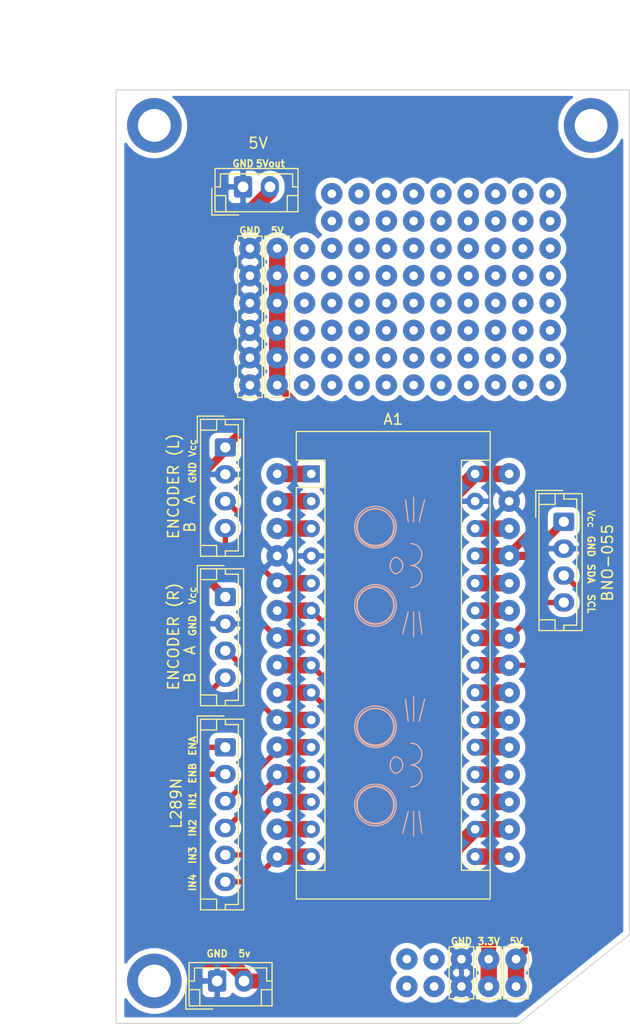
<source format=kicad_pcb>
(kicad_pcb (version 20171130) (host pcbnew "(5.1.4)-1")
  (layers (0 F.Cu signal) (31 B.Cu signal hide) (34 B.Paste user) (35 F.Paste user) (36 B.SilkS user hide) (37 F.SilkS user) (38 B.Mask user) (39 F.Mask user) (44 Edge.Cuts user))
  (net 0 "")
  (net 1 "Net-(A1-Pad16)")
  (net 2 "Net-(A1-Pad15)")
  (net 3 "Net-(A1-Pad30)")
  (net 4 "Net-(A1-Pad14)")
  (net 5 "Net-(A1-Pad13)")
  (net 6 "Net-(A1-Pad28)")
  (net 7 "Net-(A1-Pad12)")
  (net 8 "Net-(A1-Pad27)")
  (net 9 "Net-(A1-Pad11)")
  (net 10 "Net-(A1-Pad26)")
  (net 11 "Net-(A1-Pad10)")
  (net 12 "Net-(A1-Pad25)")
  (net 13 "Net-(A1-Pad9)")
  (net 14 "Net-(A1-Pad24)")
  (net 15 "Net-(A1-Pad8)")
  (net 16 "Net-(A1-Pad23)")
  (net 17 "Net-(A1-Pad7)")
  (net 18 "Net-(A1-Pad22)")
  (net 19 "Net-(A1-Pad6)")
  (net 20 "Net-(A1-Pad21)")
  (net 21 "Net-(A1-Pad5)")
  (net 22 "Net-(A1-Pad20)")
  (net 23 GND)
  (net 24 "Net-(A1-Pad19)")
  (net 25 "Net-(A1-Pad3)")
  (net 26 "Net-(A1-Pad18)")
  (net 27 "Net-(A1-Pad2)")
  (net 28 "Net-(A1-Pad17)")
  (net 29 "Net-(A1-Pad1)")
  (module Connector_Wire:SolderWirePad_1x01_Drill0.8mm (layer F.Cu) (at 140.97 86.995 90)
    (fp_text reference PAD hide)
    (fp_text value PAD hide)
    (pad 1 thru_hole circle (at 0 0 90) (size 1.99898 1.99898) (drill 0.8001) (layers *.Cu *.Mask) (net 17 "Net-(A1-Pad7)"))
  )
  (module Connector_JST:JST_EH_B4B-EH-A_1x04_P2.50mm_Vertical (layer F.Cu) (at 136.144 83.185 270)
    (fp_text reference "ENCODER (R)" (at 3.683 4.826 90) (layer F.SilkS))
    (fp_text value Conn_01x04_Male)
    (pad 4 thru_hole oval (at 7.5 0 270) (size 1.7 1.95) (drill 0.95) (layers *.Cu *.Mask) (net 19 "Net-(A1-Pad6)"))
    (pad 3 thru_hole oval (at 5 0 270) (size 1.7 1.95) (drill 0.95) (layers *.Cu *.Mask) (net 11 "Net-(A1-Pad10)"))
    (pad 2 thru_hole oval (at 2.5 0 270) (size 1.7 1.95) (drill 0.95) (layers *.Cu *.Mask) (net 23 GND))
    (pad 1 thru_hole roundrect (at 0 0 270) (size 1.7 1.95) (drill 0.95) (layers *.Cu *.Mask) (roundrect_rratio 0.147059) (net 8 "Net-(A1-Pad27)"))
  )
  (module Module:Arduino_Nano (layer F.Cu) (at 144.145 71.755)
    (fp_text reference A1 (at 7.62 -5.08) (layer F.SilkS))
    (fp_text value Arduino_Nano_v3.x)
    (pad 16 thru_hole oval (at 15.24 35.56) (size 1.6 1.6) (drill 0.8) (layers *.Cu *.Mask) (net 1 "Net-(A1-Pad16)"))
    (pad 15 thru_hole oval (at 0 35.56) (size 1.6 1.6) (drill 0.8) (layers *.Cu *.Mask) (net 2 "Net-(A1-Pad15)"))
    (pad 30 thru_hole oval (at 15.24 0) (size 1.6 1.6) (drill 0.8) (layers *.Cu *.Mask) (net 3 "Net-(A1-Pad30)"))
    (pad 14 thru_hole oval (at 0 33.02) (size 1.6 1.6) (drill 0.8) (layers *.Cu *.Mask) (net 4 "Net-(A1-Pad14)"))
    (pad 29 thru_hole oval (at 15.24 2.54) (size 1.6 1.6) (drill 0.8) (layers *.Cu *.Mask) (net 23 GND))
    (pad 13 thru_hole oval (at 0 30.48) (size 1.6 1.6) (drill 0.8) (layers *.Cu *.Mask) (net 5 "Net-(A1-Pad13)"))
    (pad 28 thru_hole oval (at 15.24 5.08) (size 1.6 1.6) (drill 0.8) (layers *.Cu *.Mask) (net 6 "Net-(A1-Pad28)"))
    (pad 12 thru_hole oval (at 0 27.94) (size 1.6 1.6) (drill 0.8) (layers *.Cu *.Mask) (net 7 "Net-(A1-Pad12)"))
    (pad 27 thru_hole oval (at 15.24 7.62) (size 1.6 1.6) (drill 0.8) (layers *.Cu *.Mask) (net 8 "Net-(A1-Pad27)"))
    (pad 11 thru_hole oval (at 0 25.4) (size 1.6 1.6) (drill 0.8) (layers *.Cu *.Mask) (net 9 "Net-(A1-Pad11)"))
    (pad 26 thru_hole oval (at 15.24 10.16) (size 1.6 1.6) (drill 0.8) (layers *.Cu *.Mask) (net 10 "Net-(A1-Pad26)"))
    (pad 10 thru_hole oval (at 0 22.86) (size 1.6 1.6) (drill 0.8) (layers *.Cu *.Mask) (net 11 "Net-(A1-Pad10)"))
    (pad 25 thru_hole oval (at 15.24 12.7) (size 1.6 1.6) (drill 0.8) (layers *.Cu *.Mask) (net 12 "Net-(A1-Pad25)"))
    (pad 9 thru_hole oval (at 0 20.32) (size 1.6 1.6) (drill 0.8) (layers *.Cu *.Mask) (net 13 "Net-(A1-Pad9)"))
    (pad 24 thru_hole oval (at 15.24 15.24) (size 1.6 1.6) (drill 0.8) (layers *.Cu *.Mask) (net 14 "Net-(A1-Pad24)"))
    (pad 8 thru_hole oval (at 0 17.78) (size 1.6 1.6) (drill 0.8) (layers *.Cu *.Mask) (net 15 "Net-(A1-Pad8)"))
    (pad 23 thru_hole oval (at 15.24 17.78) (size 1.6 1.6) (drill 0.8) (layers *.Cu *.Mask) (net 16 "Net-(A1-Pad23)"))
    (pad 7 thru_hole oval (at 0 15.24) (size 1.6 1.6) (drill 0.8) (layers *.Cu *.Mask) (net 17 "Net-(A1-Pad7)"))
    (pad 22 thru_hole oval (at 15.24 20.32) (size 1.6 1.6) (drill 0.8) (layers *.Cu *.Mask) (net 18 "Net-(A1-Pad22)"))
    (pad 6 thru_hole oval (at 0 12.7) (size 1.6 1.6) (drill 0.8) (layers *.Cu *.Mask) (net 19 "Net-(A1-Pad6)"))
    (pad 21 thru_hole oval (at 15.24 22.86) (size 1.6 1.6) (drill 0.8) (layers *.Cu *.Mask) (net 20 "Net-(A1-Pad21)"))
    (pad 5 thru_hole oval (at 0 10.16) (size 1.6 1.6) (drill 0.8) (layers *.Cu *.Mask) (net 21 "Net-(A1-Pad5)"))
    (pad 20 thru_hole oval (at 15.24 25.4) (size 1.6 1.6) (drill 0.8) (layers *.Cu *.Mask) (net 22 "Net-(A1-Pad20)"))
    (pad 4 thru_hole oval (at 0 7.62) (size 1.6 1.6) (drill 0.8) (layers *.Cu *.Mask) (net 23 GND))
    (pad 19 thru_hole oval (at 15.24 27.94) (size 1.6 1.6) (drill 0.8) (layers *.Cu *.Mask) (net 24 "Net-(A1-Pad19)"))
    (pad 3 thru_hole oval (at 0 5.08) (size 1.6 1.6) (drill 0.8) (layers *.Cu *.Mask) (net 25 "Net-(A1-Pad3)"))
    (pad 18 thru_hole oval (at 15.24 30.48) (size 1.6 1.6) (drill 0.8) (layers *.Cu *.Mask) (net 26 "Net-(A1-Pad18)"))
    (pad 2 thru_hole oval (at 0 2.54) (size 1.6 1.6) (drill 0.8) (layers *.Cu *.Mask) (net 27 "Net-(A1-Pad2)"))
    (pad 17 thru_hole oval (at 15.24 33.02) (size 1.6 1.6) (drill 0.8) (layers *.Cu *.Mask) (net 28 "Net-(A1-Pad17)"))
    (pad 1 thru_hole rect (at 0 0) (size 1.6 1.6) (drill 0.8) (layers *.Cu *.Mask) (net 29 "Net-(A1-Pad1)"))
  )
  (module Connector_Wire:SolderWirePad_1x01_Drill0.8mm (layer F.Cu) (at 166.37 55.88 90)
    (fp_text reference PAD hide)
    (fp_text value PAD hide)
    (pad 1 thru_hole circle (at 0 0 90) (size 1.99898 1.99898) (drill 0.8001) (layers *.Cu *.Mask))
  )
  (module Connector_Wire:SolderWirePad_1x01_Drill0.8mm (layer F.Cu) (at 161.29 60.96 90)
    (fp_text reference PAD hide)
    (fp_text value PAD hide)
    (pad 1 thru_hole circle (at 0 0 90) (size 1.99898 1.99898) (drill 0.8001) (layers *.Cu *.Mask))
  )
  (module Connector_Wire:SolderWirePad_1x01_Drill0.8mm (layer F.Cu) (at 161.29 55.88 90)
    (fp_text reference PAD hide)
    (fp_text value PAD hide)
    (pad 1 thru_hole circle (at 0 0 90) (size 1.99898 1.99898) (drill 0.8001) (layers *.Cu *.Mask))
  )
  (module Connector_Wire:SolderWirePad_1x01_Drill0.8mm (layer F.Cu) (at 161.29 48.26 90)
    (fp_text reference PAD hide)
    (fp_text value PAD hide)
    (pad 1 thru_hole circle (at 0 0 90) (size 1.99898 1.99898) (drill 0.8001) (layers *.Cu *.Mask))
  )
  (module Connector_Wire:SolderWirePad_1x01_Drill0.8mm (layer F.Cu) (at 158.75 45.72 90)
    (fp_text reference PAD hide)
    (fp_text value PAD hide)
    (pad 1 thru_hole circle (at 0 0 90) (size 1.99898 1.99898) (drill 0.8001) (layers *.Cu *.Mask))
  )
  (module Connector_Wire:SolderWirePad_1x01_Drill0.8mm (layer F.Cu) (at 156.21 45.72 90)
    (fp_text reference PAD hide)
    (fp_text value PAD hide)
    (pad 1 thru_hole circle (at 0 0 90) (size 1.99898 1.99898) (drill 0.8001) (layers *.Cu *.Mask))
  )
  (module Connector_Wire:SolderWirePad_1x01_Drill0.8mm (layer F.Cu) (at 153.67 45.72 90)
    (fp_text reference PAD hide)
    (fp_text value PAD hide)
    (pad 1 thru_hole circle (at 0 0 90) (size 1.99898 1.99898) (drill 0.8001) (layers *.Cu *.Mask))
  )
  (module Connector_Wire:SolderWirePad_1x01_Drill0.8mm (layer F.Cu) (at 151.13 45.72 90)
    (fp_text reference PAD hide)
    (fp_text value PAD hide)
    (pad 1 thru_hole circle (at 0 0 90) (size 1.99898 1.99898) (drill 0.8001) (layers *.Cu *.Mask))
  )
  (module Connector_Wire:SolderWirePad_1x01_Drill0.8mm (layer F.Cu) (at 163.83 53.34 90)
    (fp_text reference PAD hide)
    (fp_text value PAD hide)
    (pad 1 thru_hole circle (at 0 0 90) (size 1.99898 1.99898) (drill 0.8001) (layers *.Cu *.Mask))
  )
  (module Connector_Wire:SolderWirePad_1x01_Drill0.8mm (layer F.Cu) (at 166.37 48.26 90)
    (fp_text reference PAD hide)
    (fp_text value PAD hide)
    (pad 1 thru_hole circle (at 0 0 90) (size 1.99898 1.99898) (drill 0.8001) (layers *.Cu *.Mask))
  )
  (module Connector_Wire:SolderWirePad_1x01_Drill0.8mm (layer F.Cu) (at 166.37 53.34 90)
    (fp_text reference PAD hide)
    (fp_text value PAD hide)
    (pad 1 thru_hole circle (at 0 0 90) (size 1.99898 1.99898) (drill 0.8001) (layers *.Cu *.Mask))
  )
  (module Connector_Wire:SolderWirePad_1x01_Drill0.8mm (layer F.Cu) (at 163.83 63.5 90)
    (fp_text reference PAD hide)
    (fp_text value PAD hide)
    (pad 1 thru_hole circle (at 0 0 90) (size 1.99898 1.99898) (drill 0.8001) (layers *.Cu *.Mask))
  )
  (module Connector_Wire:SolderWirePad_1x01_Drill0.8mm (layer F.Cu) (at 163.83 60.96 90)
    (fp_text reference PAD hide)
    (fp_text value PAD hide)
    (pad 1 thru_hole circle (at 0 0 90) (size 1.99898 1.99898) (drill 0.8001) (layers *.Cu *.Mask))
  )
  (module Connector_Wire:SolderWirePad_1x01_Drill0.8mm (layer F.Cu) (at 163.83 55.88 90)
    (fp_text reference PAD hide)
    (fp_text value PAD hide)
    (pad 1 thru_hole circle (at 0 0 90) (size 1.99898 1.99898) (drill 0.8001) (layers *.Cu *.Mask))
  )
  (module Connector_Wire:SolderWirePad_1x01_Drill0.8mm (layer F.Cu) (at 163.83 50.8 90)
    (fp_text reference PAD hide)
    (fp_text value PAD hide)
    (pad 1 thru_hole circle (at 0 0 90) (size 1.99898 1.99898) (drill 0.8001) (layers *.Cu *.Mask))
  )
  (module Connector_Wire:SolderWirePad_1x01_Drill0.8mm (layer F.Cu) (at 163.83 45.72 90)
    (fp_text reference PAD hide)
    (fp_text value PAD hide)
    (pad 1 thru_hole circle (at 0 0 90) (size 1.99898 1.99898) (drill 0.8001) (layers *.Cu *.Mask))
  )
  (module Connector_Wire:SolderWirePad_1x01_Drill0.8mm (layer F.Cu) (at 166.37 60.96 90)
    (fp_text reference PAD hide)
    (fp_text value PAD hide)
    (pad 1 thru_hole circle (at 0 0 90) (size 1.99898 1.99898) (drill 0.8001) (layers *.Cu *.Mask))
  )
  (module Connector_Wire:SolderWirePad_1x01_Drill0.8mm (layer F.Cu) (at 166.37 58.42 90)
    (fp_text reference PAD hide)
    (fp_text value PAD hide)
    (pad 1 thru_hole circle (at 0 0 90) (size 1.99898 1.99898) (drill 0.8001) (layers *.Cu *.Mask))
  )
  (module Connector_Wire:SolderWirePad_1x01_Drill0.8mm (layer F.Cu) (at 166.37 50.8 90)
    (fp_text reference PAD hide)
    (fp_text value PAD hide)
    (pad 1 thru_hole circle (at 0 0 90) (size 1.99898 1.99898) (drill 0.8001) (layers *.Cu *.Mask))
  )
  (module Connector_Wire:SolderWirePad_1x01_Drill0.8mm (layer F.Cu) (at 166.37 63.5 90)
    (fp_text reference PAD hide)
    (fp_text value PAD hide)
    (pad 1 thru_hole circle (at 0 0 90) (size 1.99898 1.99898) (drill 0.8001) (layers *.Cu *.Mask))
  )
  (module Connector_Wire:SolderWirePad_1x01_Drill0.8mm (layer F.Cu) (at 166.37 45.72 90)
    (fp_text reference PAD hide)
    (fp_text value PAD hide)
    (pad 1 thru_hole circle (at 0 0 90) (size 1.99898 1.99898) (drill 0.8001) (layers *.Cu *.Mask))
  )
  (module Connector_Wire:SolderWirePad_1x01_Drill0.8mm (layer F.Cu) (at 163.83 58.42 90)
    (fp_text reference PAD hide)
    (fp_text value PAD hide)
    (pad 1 thru_hole circle (at 0 0 90) (size 1.99898 1.99898) (drill 0.8001) (layers *.Cu *.Mask))
  )
  (module Connector_Wire:SolderWirePad_1x01_Drill0.8mm (layer F.Cu) (at 163.83 48.26 90)
    (fp_text reference PAD hide)
    (fp_text value PAD hide)
    (pad 1 thru_hole circle (at 0 0 90) (size 1.99898 1.99898) (drill 0.8001) (layers *.Cu *.Mask))
  )
  (module Connector_Wire:SolderWirePad_1x01_Drill0.8mm (layer F.Cu) (at 161.29 63.5 90)
    (fp_text reference PAD hide)
    (fp_text value PAD hide)
    (pad 1 thru_hole circle (at 0 0 90) (size 1.99898 1.99898) (drill 0.8001) (layers *.Cu *.Mask))
  )
  (module Connector_Wire:SolderWirePad_1x01_Drill0.8mm (layer F.Cu) (at 161.29 58.42 90)
    (fp_text reference PAD hide)
    (fp_text value PAD hide)
    (pad 1 thru_hole circle (at 0 0 90) (size 1.99898 1.99898) (drill 0.8001) (layers *.Cu *.Mask))
  )
  (module Connector_Wire:SolderWirePad_1x01_Drill0.8mm (layer F.Cu) (at 161.29 53.34 90)
    (fp_text reference PAD hide)
    (fp_text value PAD hide)
    (pad 1 thru_hole circle (at 0 0 90) (size 1.99898 1.99898) (drill 0.8001) (layers *.Cu *.Mask))
  )
  (module Connector_Wire:SolderWirePad_1x01_Drill0.8mm (layer F.Cu) (at 161.29 50.8 90)
    (fp_text reference PAD hide)
    (fp_text value PAD hide)
    (pad 1 thru_hole circle (at 0 0 90) (size 1.99898 1.99898) (drill 0.8001) (layers *.Cu *.Mask))
  )
  (module Connector_Wire:SolderWirePad_1x01_Drill0.8mm (layer F.Cu) (at 161.29 45.72 90)
    (fp_text reference PAD hide)
    (fp_text value PAD hide)
    (pad 1 thru_hole circle (at 0 0 90) (size 1.99898 1.99898) (drill 0.8001) (layers *.Cu *.Mask))
  )
  (module Connector_Wire:SolderWirePad_1x01_Drill0.8mm (layer F.Cu) (at 158.75 48.26 90)
    (fp_text reference PAD hide)
    (fp_text value PAD hide)
    (pad 1 thru_hole circle (at 0 0 90) (size 1.99898 1.99898) (drill 0.8001) (layers *.Cu *.Mask))
  )
  (module Connector_Wire:SolderWirePad_1x01_Drill0.8mm (layer F.Cu) (at 156.21 48.26 90)
    (fp_text reference PAD hide)
    (fp_text value PAD hide)
    (pad 1 thru_hole circle (at 0 0 90) (size 1.99898 1.99898) (drill 0.8001) (layers *.Cu *.Mask))
  )
  (module Connector_Wire:SolderWirePad_1x01_Drill0.8mm (layer F.Cu) (at 153.67 48.26 90)
    (fp_text reference PAD hide)
    (fp_text value PAD hide)
    (pad 1 thru_hole circle (at 0 0 90) (size 1.99898 1.99898) (drill 0.8001) (layers *.Cu *.Mask))
  )
  (module Connector_Wire:SolderWirePad_1x01_Drill0.8mm (layer F.Cu) (at 151.13 48.26 90)
    (fp_text reference PAD hide)
    (fp_text value PAD hide)
    (pad 1 thru_hole circle (at 0 0 90) (size 1.99898 1.99898) (drill 0.8001) (layers *.Cu *.Mask))
  )
  (module Connector_Wire:SolderWirePad_1x01_Drill0.8mm (layer F.Cu) (at 148.59 45.72 90)
    (fp_text reference PAD hide)
    (fp_text value PAD hide)
    (pad 1 thru_hole circle (at 0 0 90) (size 1.99898 1.99898) (drill 0.8001) (layers *.Cu *.Mask))
  )
  (module Connector_Wire:SolderWirePad_1x01_Drill0.8mm (layer F.Cu) (at 146.05 48.26 90)
    (fp_text reference PAD hide)
    (fp_text value PAD hide)
    (pad 1 thru_hole circle (at 0 0 90) (size 1.99898 1.99898) (drill 0.8001) (layers *.Cu *.Mask))
  )
  (module Connector_Wire:SolderWirePad_1x01_Drill0.8mm (layer F.Cu) (at 146.05 45.72 90)
    (fp_text reference PAD hide)
    (fp_text value PAD hide)
    (pad 1 thru_hole circle (at 0 0 90) (size 1.99898 1.99898) (drill 0.8001) (layers *.Cu *.Mask))
  )
  (module Connector_Wire:SolderWirePad_1x01_Drill0.8mm (layer F.Cu) (at 158.75 63.5 90)
    (fp_text reference PAD hide)
    (fp_text value PAD hide)
    (pad 1 thru_hole circle (at 0 0 90) (size 1.99898 1.99898) (drill 0.8001) (layers *.Cu *.Mask))
  )
  (module Connector_Wire:SolderWirePad_1x01_Drill0.8mm (layer F.Cu) (at 158.75 53.34 90)
    (fp_text reference PAD hide)
    (fp_text value PAD hide)
    (pad 1 thru_hole circle (at 0 0 90) (size 1.99898 1.99898) (drill 0.8001) (layers *.Cu *.Mask))
  )
  (module Connector_Wire:SolderWirePad_1x01_Drill0.8mm (layer F.Cu) (at 158.75 50.8 90)
    (fp_text reference PAD hide)
    (fp_text value PAD hide)
    (pad 1 thru_hole circle (at 0 0 90) (size 1.99898 1.99898) (drill 0.8001) (layers *.Cu *.Mask))
  )
  (module Connector_Wire:SolderWirePad_1x01_Drill0.8mm (layer F.Cu) (at 156.21 63.5 90)
    (fp_text reference PAD hide)
    (fp_text value PAD hide)
    (pad 1 thru_hole circle (at 0 0 90) (size 1.99898 1.99898) (drill 0.8001) (layers *.Cu *.Mask))
  )
  (module Connector_Wire:SolderWirePad_1x01_Drill0.8mm (layer F.Cu) (at 148.59 48.26 90)
    (fp_text reference PAD hide)
    (fp_text value PAD hide)
    (pad 1 thru_hole circle (at 0 0 90) (size 1.99898 1.99898) (drill 0.8001) (layers *.Cu *.Mask))
  )
  (module Connector_Wire:SolderWirePad_1x01_Drill0.8mm (layer F.Cu) (at 156.21 60.96 90)
    (fp_text reference PAD hide)
    (fp_text value PAD hide)
    (pad 1 thru_hole circle (at 0 0 90) (size 1.99898 1.99898) (drill 0.8001) (layers *.Cu *.Mask))
  )
  (module Connector_Wire:SolderWirePad_1x01_Drill0.8mm (layer F.Cu) (at 156.21 58.42 90)
    (fp_text reference PAD hide)
    (fp_text value PAD hide)
    (pad 1 thru_hole circle (at 0 0 90) (size 1.99898 1.99898) (drill 0.8001) (layers *.Cu *.Mask))
  )
  (module Connector_Wire:SolderWirePad_1x01_Drill0.8mm (layer F.Cu) (at 156.21 55.88 90)
    (fp_text reference PAD hide)
    (fp_text value PAD hide)
    (pad 1 thru_hole circle (at 0 0 90) (size 1.99898 1.99898) (drill 0.8001) (layers *.Cu *.Mask))
  )
  (module Connector_Wire:SolderWirePad_1x01_Drill0.8mm (layer F.Cu) (at 156.21 53.34 90)
    (fp_text reference PAD hide)
    (fp_text value PAD hide)
    (pad 1 thru_hole circle (at 0 0 90) (size 1.99898 1.99898) (drill 0.8001) (layers *.Cu *.Mask))
  )
  (module Connector_Wire:SolderWirePad_1x01_Drill0.8mm (layer F.Cu) (at 158.75 55.88 90)
    (fp_text reference PAD hide)
    (fp_text value PAD hide)
    (pad 1 thru_hole circle (at 0 0 90) (size 1.99898 1.99898) (drill 0.8001) (layers *.Cu *.Mask))
  )
  (module Connector_Wire:SolderWirePad_1x01_Drill0.8mm (layer F.Cu) (at 158.75 58.42 90)
    (fp_text reference PAD hide)
    (fp_text value PAD hide)
    (pad 1 thru_hole circle (at 0 0 90) (size 1.99898 1.99898) (drill 0.8001) (layers *.Cu *.Mask))
  )
  (module Connector_Wire:SolderWirePad_1x01_Drill0.8mm (layer F.Cu) (at 156.21 50.8 90)
    (fp_text reference PAD hide)
    (fp_text value PAD hide)
    (pad 1 thru_hole circle (at 0 0 90) (size 1.99898 1.99898) (drill 0.8001) (layers *.Cu *.Mask))
  )
  (module Connector_Wire:SolderWirePad_1x01_Drill0.8mm (layer F.Cu) (at 158.75 60.96 90)
    (fp_text reference PAD hide)
    (fp_text value PAD hide)
    (pad 1 thru_hole circle (at 0 0 90) (size 1.99898 1.99898) (drill 0.8001) (layers *.Cu *.Mask))
  )
  (module Connector_Wire:SolderWirePad_1x01_Drill0.8mm (layer F.Cu) (at 148.59 50.8 90)
    (fp_text reference PAD hide)
    (fp_text value PAD hide)
    (pad 1 thru_hole circle (at 0 0 90) (size 1.99898 1.99898) (drill 0.8001) (layers *.Cu *.Mask))
  )
  (module Connector_Wire:SolderWirePad_1x01_Drill0.8mm (layer F.Cu) (at 153.67 60.96 90)
    (fp_text reference PAD hide)
    (fp_text value PAD hide)
    (pad 1 thru_hole circle (at 0 0 90) (size 1.99898 1.99898) (drill 0.8001) (layers *.Cu *.Mask))
  )
  (module Connector_Wire:SolderWirePad_1x01_Drill0.8mm (layer F.Cu) (at 146.05 63.5 90)
    (fp_text reference PAD hide)
    (fp_text value PAD hide)
    (pad 1 thru_hole circle (at 0 0 90) (size 1.99898 1.99898) (drill 0.8001) (layers *.Cu *.Mask))
  )
  (module Connector_Wire:SolderWirePad_1x01_Drill0.8mm (layer F.Cu) (at 146.05 60.96 90)
    (fp_text reference PAD hide)
    (fp_text value PAD hide)
    (pad 1 thru_hole circle (at 0 0 90) (size 1.99898 1.99898) (drill 0.8001) (layers *.Cu *.Mask))
  )
  (module Connector_Wire:SolderWirePad_1x01_Drill0.8mm (layer F.Cu) (at 146.05 53.34 90)
    (fp_text reference PAD hide)
    (fp_text value PAD hide)
    (pad 1 thru_hole circle (at 0 0 90) (size 1.99898 1.99898) (drill 0.8001) (layers *.Cu *.Mask))
  )
  (module Connector_Wire:SolderWirePad_1x01_Drill0.8mm (layer F.Cu) (at 146.05 55.88 90)
    (fp_text reference PAD hide)
    (fp_text value PAD hide)
    (pad 1 thru_hole circle (at 0 0 90) (size 1.99898 1.99898) (drill 0.8001) (layers *.Cu *.Mask))
  )
  (module Connector_Wire:SolderWirePad_1x01_Drill0.8mm (layer F.Cu) (at 151.13 50.8 90)
    (fp_text reference PAD hide)
    (fp_text value PAD hide)
    (pad 1 thru_hole circle (at 0 0 90) (size 1.99898 1.99898) (drill 0.8001) (layers *.Cu *.Mask))
  )
  (module Connector_Wire:SolderWirePad_1x01_Drill0.8mm (layer F.Cu) (at 146.05 50.8 90)
    (fp_text reference PAD hide)
    (fp_text value PAD hide)
    (pad 1 thru_hole circle (at 0 0 90) (size 1.99898 1.99898) (drill 0.8001) (layers *.Cu *.Mask))
  )
  (module Connector_Wire:SolderWirePad_1x01_Drill0.8mm (layer F.Cu) (at 143.51 60.96 90)
    (fp_text reference PAD hide)
    (fp_text value PAD hide)
    (pad 1 thru_hole circle (at 0 0 90) (size 1.99898 1.99898) (drill 0.8001) (layers *.Cu *.Mask))
  )
  (module Connector_Wire:SolderWirePad_1x01_Drill0.8mm (layer F.Cu) (at 143.51 50.8 90)
    (fp_text reference PAD hide)
    (fp_text value PAD hide)
    (pad 1 thru_hole circle (at 0 0 90) (size 1.99898 1.99898) (drill 0.8001) (layers *.Cu *.Mask))
  )
  (module Connector_Wire:SolderWirePad_1x01_Drill0.8mm (layer F.Cu) (at 153.67 63.5 90)
    (fp_text reference PAD hide)
    (fp_text value PAD hide)
    (pad 1 thru_hole circle (at 0 0 90) (size 1.99898 1.99898) (drill 0.8001) (layers *.Cu *.Mask))
  )
  (module Connector_Wire:SolderWirePad_1x01_Drill0.8mm (layer F.Cu) (at 153.67 50.8 90)
    (fp_text reference PAD hide)
    (fp_text value PAD hide)
    (pad 1 thru_hole circle (at 0 0 90) (size 1.99898 1.99898) (drill 0.8001) (layers *.Cu *.Mask))
  )
  (module Connector_Wire:SolderWirePad_1x01_Drill0.8mm (layer F.Cu) (at 151.13 60.96 90)
    (fp_text reference PAD hide)
    (fp_text value PAD hide)
    (pad 1 thru_hole circle (at 0 0 90) (size 1.99898 1.99898) (drill 0.8001) (layers *.Cu *.Mask))
  )
  (module Connector_Wire:SolderWirePad_1x01_Drill0.8mm (layer F.Cu) (at 153.67 58.42 90)
    (fp_text reference PAD hide)
    (fp_text value PAD hide)
    (pad 1 thru_hole circle (at 0 0 90) (size 1.99898 1.99898) (drill 0.8001) (layers *.Cu *.Mask))
  )
  (module Connector_Wire:SolderWirePad_1x01_Drill0.8mm (layer F.Cu) (at 153.67 55.88 90)
    (fp_text reference PAD hide)
    (fp_text value PAD hide)
    (pad 1 thru_hole circle (at 0 0 90) (size 1.99898 1.99898) (drill 0.8001) (layers *.Cu *.Mask))
  )
  (module Connector_Wire:SolderWirePad_1x01_Drill0.8mm (layer F.Cu) (at 153.67 53.34 90)
    (fp_text reference PAD hide)
    (fp_text value PAD hide)
    (pad 1 thru_hole circle (at 0 0 90) (size 1.99898 1.99898) (drill 0.8001) (layers *.Cu *.Mask))
  )
  (module Connector_Wire:SolderWirePad_1x01_Drill0.8mm (layer F.Cu) (at 151.13 63.5 90)
    (fp_text reference PAD hide)
    (fp_text value PAD hide)
    (pad 1 thru_hole circle (at 0 0 90) (size 1.99898 1.99898) (drill 0.8001) (layers *.Cu *.Mask))
  )
  (module Connector_Wire:SolderWirePad_1x01_Drill0.8mm (layer F.Cu) (at 151.13 55.88 90)
    (fp_text reference PAD hide)
    (fp_text value PAD hide)
    (pad 1 thru_hole circle (at 0 0 90) (size 1.99898 1.99898) (drill 0.8001) (layers *.Cu *.Mask))
  )
  (module Connector_Wire:SolderWirePad_1x01_Drill0.8mm (layer F.Cu) (at 151.13 53.34 90)
    (fp_text reference PAD hide)
    (fp_text value PAD hide)
    (pad 1 thru_hole circle (at 0 0 90) (size 1.99898 1.99898) (drill 0.8001) (layers *.Cu *.Mask))
  )
  (module Connector_Wire:SolderWirePad_1x01_Drill0.8mm (layer F.Cu) (at 148.59 58.42 90)
    (fp_text reference PAD hide)
    (fp_text value PAD hide)
    (pad 1 thru_hole circle (at 0 0 90) (size 1.99898 1.99898) (drill 0.8001) (layers *.Cu *.Mask))
  )
  (module Connector_Wire:SolderWirePad_1x01_Drill0.8mm (layer F.Cu) (at 148.59 55.88 90)
    (fp_text reference PAD hide)
    (fp_text value PAD hide)
    (pad 1 thru_hole circle (at 0 0 90) (size 1.99898 1.99898) (drill 0.8001) (layers *.Cu *.Mask))
  )
  (module Connector_Wire:SolderWirePad_1x01_Drill0.8mm (layer F.Cu) (at 148.59 53.34 90)
    (fp_text reference PAD hide)
    (fp_text value PAD hide)
    (pad 1 thru_hole circle (at 0 0 90) (size 1.99898 1.99898) (drill 0.8001) (layers *.Cu *.Mask))
  )
  (module Connector_Wire:SolderWirePad_1x01_Drill0.8mm (layer F.Cu) (at 148.59 60.96 90)
    (fp_text reference PAD hide)
    (fp_text value PAD hide)
    (pad 1 thru_hole circle (at 0 0 90) (size 1.99898 1.99898) (drill 0.8001) (layers *.Cu *.Mask))
  )
  (module Connector_Wire:SolderWirePad_1x01_Drill0.8mm (layer F.Cu) (at 143.51 63.5 90)
    (fp_text reference PAD hide)
    (fp_text value PAD hide)
    (pad 1 thru_hole circle (at 0 0 90) (size 1.99898 1.99898) (drill 0.8001) (layers *.Cu *.Mask))
  )
  (module Connector_Wire:SolderWirePad_1x01_Drill0.8mm (layer F.Cu) (at 146.05 58.42 90)
    (fp_text reference PAD hide)
    (fp_text value PAD hide)
    (pad 1 thru_hole circle (at 0 0 90) (size 1.99898 1.99898) (drill 0.8001) (layers *.Cu *.Mask))
  )
  (module Connector_Wire:SolderWirePad_1x01_Drill0.8mm (layer F.Cu) (at 143.51 58.42 90)
    (fp_text reference PAD hide)
    (fp_text value PAD hide)
    (pad 1 thru_hole circle (at 0 0 90) (size 1.99898 1.99898) (drill 0.8001) (layers *.Cu *.Mask))
  )
  (module Connector_Wire:SolderWirePad_1x01_Drill0.8mm (layer F.Cu) (at 151.13 58.42 90)
    (fp_text reference PAD hide)
    (fp_text value PAD hide)
    (pad 1 thru_hole circle (at 0 0 90) (size 1.99898 1.99898) (drill 0.8001) (layers *.Cu *.Mask))
  )
  (module Connector_Wire:SolderWirePad_1x01_Drill0.8mm (layer F.Cu) (at 148.59 63.5 90)
    (fp_text reference PAD hide)
    (fp_text value PAD hide)
    (pad 1 thru_hole circle (at 0 0 90) (size 1.99898 1.99898) (drill 0.8001) (layers *.Cu *.Mask))
  )
  (module Connector_Wire:SolderWirePad_1x01_Drill0.8mm (layer F.Cu) (at 143.51 55.88 90)
    (fp_text reference PAD hide)
    (fp_text value PAD hide)
    (pad 1 thru_hole circle (at 0 0 90) (size 1.99898 1.99898) (drill 0.8001) (layers *.Cu *.Mask))
  )
  (module Connector_Wire:SolderWirePad_1x01_Drill0.8mm (layer F.Cu) (at 143.51 53.34 90)
    (fp_text reference PAD hide)
    (fp_text value PAD hide)
    (pad 1 thru_hole circle (at 0 0 90) (size 1.99898 1.99898) (drill 0.8001) (layers *.Cu *.Mask))
  )
  (module Connector_Wire:SolderWirePad_1x01_Drill0.8mm (layer F.Cu) (at 140.97 50.8 90)
    (fp_text reference PAD hide)
    (fp_text value PAD hide)
    (pad 1 thru_hole circle (at 0 0 90) (size 1.99898 1.99898) (drill 0.8001) (layers *.Cu *.Mask) (net 8 "Net-(A1-Pad27)"))
  )
  (module Connector_Wire:SolderWirePad_1x01_Drill0.8mm (layer F.Cu) (at 140.97 53.34 90)
    (fp_text reference PAD hide)
    (fp_text value PAD hide)
    (pad 1 thru_hole circle (at 0 0 90) (size 1.99898 1.99898) (drill 0.8001) (layers *.Cu *.Mask) (net 8 "Net-(A1-Pad27)"))
  )
  (module Connector_Wire:SolderWirePad_1x01_Drill0.8mm (layer F.Cu) (at 138.43 63.5 90)
    (fp_text reference PAD hide)
    (fp_text value PAD hide)
    (pad 1 thru_hole circle (at 0 0 90) (size 1.99898 1.99898) (drill 0.8001) (layers *.Cu *.Mask) (net 23 GND))
  )
  (module Connector_Wire:SolderWirePad_1x01_Drill0.8mm (layer F.Cu) (at 138.43 60.96 90)
    (fp_text reference PAD hide)
    (fp_text value PAD hide)
    (pad 1 thru_hole circle (at 0 0 90) (size 1.99898 1.99898) (drill 0.8001) (layers *.Cu *.Mask) (net 23 GND))
  )
  (module Connector_Wire:SolderWirePad_1x01_Drill0.8mm (layer F.Cu) (at 138.43 58.42 90)
    (fp_text reference PAD hide)
    (fp_text value PAD hide)
    (pad 1 thru_hole circle (at 0 0 90) (size 1.99898 1.99898) (drill 0.8001) (layers *.Cu *.Mask) (net 23 GND))
  )
  (module Connector_Wire:SolderWirePad_1x01_Drill0.8mm (layer F.Cu) (at 140.97 60.96 90)
    (fp_text reference PAD hide)
    (fp_text value PAD hide)
    (pad 1 thru_hole circle (at 0 0 90) (size 1.99898 1.99898) (drill 0.8001) (layers *.Cu *.Mask) (net 8 "Net-(A1-Pad27)"))
  )
  (module Connector_Wire:SolderWirePad_1x01_Drill0.8mm (layer F.Cu) (at 140.97 58.42 90)
    (fp_text reference PAD hide)
    (fp_text value PAD hide)
    (pad 1 thru_hole circle (at 0 0 90) (size 1.99898 1.99898) (drill 0.8001) (layers *.Cu *.Mask) (net 8 "Net-(A1-Pad27)"))
  )
  (module Connector_Wire:SolderWirePad_1x01_Drill0.8mm (layer F.Cu) (at 140.97 55.88 90)
    (fp_text reference PAD hide)
    (fp_text value PAD hide)
    (pad 1 thru_hole circle (at 0 0 90) (size 1.99898 1.99898) (drill 0.8001) (layers *.Cu *.Mask) (net 8 "Net-(A1-Pad27)"))
  )
  (module Connector_Wire:SolderWirePad_1x01_Drill0.8mm (layer F.Cu) (at 140.97 63.5 90)
    (fp_text reference PAD hide)
    (fp_text value PAD hide)
    (pad 1 thru_hole circle (at 0 0 90) (size 1.99898 1.99898) (drill 0.8001) (layers *.Cu *.Mask) (net 8 "Net-(A1-Pad27)"))
  )
  (module Connector_Wire:SolderWirePad_1x01_Drill0.8mm (layer F.Cu) (at 138.43 50.8 90)
    (fp_text reference PAD hide)
    (fp_text value PAD hide)
    (pad 1 thru_hole circle (at 0 0 90) (size 1.99898 1.99898) (drill 0.8001) (layers *.Cu *.Mask) (net 23 GND))
  )
  (module Connector_Wire:SolderWirePad_1x01_Drill0.8mm (layer F.Cu) (at 138.43 53.34 90)
    (fp_text reference PAD hide)
    (fp_text value PAD hide)
    (pad 1 thru_hole circle (at 0 0 90) (size 1.99898 1.99898) (drill 0.8001) (layers *.Cu *.Mask) (net 23 GND))
  )
  (module Connector_Wire:SolderWirePad_1x01_Drill0.8mm (layer F.Cu) (at 138.43 55.88 90)
    (fp_text reference PAD hide)
    (fp_text value PAD hide)
    (pad 1 thru_hole circle (at 0 0 90) (size 1.99898 1.99898) (drill 0.8001) (layers *.Cu *.Mask) (net 23 GND))
  )
  (module Connector_JST:JST_EH_B6B-EH-A_1x06_P2.50mm_Vertical (layer F.Cu) (at 136.144 97.155 270)
    (fp_text reference L289N (at 5.207 4.572 90) (layer F.SilkS))
    (fp_text value Conn_01x06_Male)
    (pad 6 thru_hole oval (at 12.5 0 270) (size 1.7 1.95) (drill 0.95) (layers *.Cu *.Mask) (net 2 "Net-(A1-Pad15)"))
    (pad 5 thru_hole oval (at 10 0 270) (size 1.7 1.95) (drill 0.95) (layers *.Cu *.Mask) (net 5 "Net-(A1-Pad13)"))
    (pad 4 thru_hole oval (at 7.5 0 270) (size 1.7 1.95) (drill 0.95) (layers *.Cu *.Mask) (net 7 "Net-(A1-Pad12)"))
    (pad 3 thru_hole oval (at 5 0 270) (size 1.7 1.95) (drill 0.95) (layers *.Cu *.Mask) (net 9 "Net-(A1-Pad11)"))
    (pad 2 thru_hole oval (at 2.5 0 270) (size 1.7 1.95) (drill 0.95) (layers *.Cu *.Mask) (net 13 "Net-(A1-Pad9)"))
    (pad 1 thru_hole roundrect (at 0 0 270) (size 1.7 1.95) (drill 0.95) (layers *.Cu *.Mask) (roundrect_rratio 0.147059) (net 15 "Net-(A1-Pad8)"))
  )
  (module Connector_JST:JST_EH_B2B-EH-A_1x02_P2.50mm_Vertical (layer F.Cu) (at 135.382 118.872)
    (fp_text reference 5v (at 2.54 -2.54) (layer F.SilkS) (effects (font (size 0.635 0.635))))
    (fp_text value Conn_01x02_Male)
    (pad 2 thru_hole oval (at 2.5 0) (size 1.7 2) (drill 1) (layers *.Cu *.Mask) (net 3 "Net-(A1-Pad30)"))
    (pad 1 thru_hole roundrect (at 0 0) (size 1.7 2) (drill 1) (layers *.Cu *.Mask) (roundrect_rratio 0.147059) (net 23 GND))
  )
  (module Connector_Wire:SolderWirePad_1x01_Drill0.8mm (layer F.Cu) (at 162.56 89.535 90)
    (fp_text reference PAD hide)
    (fp_text value PAD hide)
    (pad 1 thru_hole circle (at 0 0 90) (size 1.99898 1.99898) (drill 0.8001) (layers *.Cu *.Mask) (net 16 "Net-(A1-Pad23)"))
  )
  (module Connector_JST:JST_EH_B4B-EH-A_1x04_P2.50mm_Vertical (layer F.Cu) (at 167.64 76.2 270)
    (fp_text reference BNO-055 (at 3.81 -4.064 270) (layer F.SilkS))
    (fp_text value Conn_01x04_Male)
    (pad 4 thru_hole oval (at 7.5 0 270) (size 1.7 1.95) (drill 0.95) (layers *.Cu *.Mask) (net 14 "Net-(A1-Pad24)"))
    (pad 3 thru_hole oval (at 5 0 270) (size 1.7 1.95) (drill 0.95) (layers *.Cu *.Mask) (net 16 "Net-(A1-Pad23)"))
    (pad 2 thru_hole oval (at 2.5 0 270) (size 1.7 1.95) (drill 0.95) (layers *.Cu *.Mask) (net 23 GND))
    (pad 1 thru_hole roundrect (at 0 0 270) (size 1.7 1.95) (drill 0.95) (layers *.Cu *.Mask) (roundrect_rratio 0.147059) (net 8 "Net-(A1-Pad27)"))
  )
  (module Connector_Wire:SolderWirePad_1x01_Drill0.8mm (layer F.Cu) (at 162.56 74.295 90)
    (fp_text reference PAD hide)
    (fp_text value PAD hide)
    (pad 1 thru_hole circle (at 0 0 90) (size 1.99898 1.99898) (drill 0.8001) (layers *.Cu *.Mask) (net 23 GND))
  )
  (module Connector_Wire:SolderWirePad_1x01_Drill0.8mm (layer F.Cu) (at 158.115 116.84 90)
    (fp_text reference PAD hide)
    (fp_text value PAD hide)
    (pad 1 thru_hole circle (at 0 0 90) (size 1.99898 1.99898) (drill 0.8001) (layers *.Cu *.Mask) (net 23 GND))
  )
  (module Connector_Wire:SolderWirePad_1x01_Drill0.8mm (layer F.Cu) (at 140.97 104.775 90)
    (fp_text reference PAD hide)
    (fp_text value PAD hide)
    (pad 1 thru_hole circle (at 0 0 90) (size 1.99898 1.99898) (drill 0.8001) (layers *.Cu *.Mask) (net 4 "Net-(A1-Pad14)"))
  )
  (module Connector_Wire:SolderWirePad_1x01_Drill0.8mm (layer F.Cu) (at 163.195 116.84 90)
    (fp_text reference PAD hide)
    (fp_text value PAD hide)
    (pad 1 thru_hole circle (at 0 0 90) (size 1.99898 1.99898) (drill 0.8001) (layers *.Cu *.Mask) (net 8 "Net-(A1-Pad27)"))
  )
  (module Connector_Wire:SolderWirePad_1x01_Drill0.8mm (layer F.Cu) (at 153.035 116.84 90)
    (fp_text reference PAD hide)
    (fp_text value PAD hide)
    (pad 1 thru_hole circle (at 0 0 90) (size 1.99898 1.99898) (drill 0.8001) (layers *.Cu *.Mask))
  )
  (module Connector_Wire:SolderWirePad_1x01_Drill0.8mm (layer F.Cu) (at 140.97 97.155 90)
    (fp_text reference PAD hide)
    (fp_text value PAD hide)
    (pad 1 thru_hole circle (at 0 0 90) (size 1.99898 1.99898) (drill 0.8001) (layers *.Cu *.Mask) (net 9 "Net-(A1-Pad11)"))
  )
  (module Connector_Wire:SolderWirePad_1x01_Drill0.8mm (layer F.Cu) (at 140.97 89.535 90)
    (fp_text reference PAD hide)
    (fp_text value PAD hide)
    (pad 1 thru_hole circle (at 0 0 90) (size 1.99898 1.99898) (drill 0.8001) (layers *.Cu *.Mask) (net 15 "Net-(A1-Pad8)"))
  )
  (module Connector_Wire:SolderWirePad_1x01_Drill0.8mm (layer F.Cu) (at 140.97 84.455 90)
    (fp_text reference PAD hide)
    (fp_text value PAD hide)
    (pad 1 thru_hole circle (at 0 0 90) (size 1.99898 1.99898) (drill 0.8001) (layers *.Cu *.Mask) (net 19 "Net-(A1-Pad6)"))
  )
  (module Connector_Wire:SolderWirePad_1x01_Drill0.8mm (layer F.Cu) (at 155.575 116.84 90)
    (fp_text reference PAD hide)
    (fp_text value PAD hide)
    (pad 1 thru_hole circle (at 0 0 90) (size 1.99898 1.99898) (drill 0.8001) (layers *.Cu *.Mask))
  )
  (module Connector_Wire:SolderWirePad_1x01_Drill0.8mm (layer F.Cu) (at 153.035 119.38 90)
    (fp_text reference PAD hide)
    (fp_text value PAD hide)
    (pad 1 thru_hole circle (at 0 0 90) (size 1.99898 1.99898) (drill 0.8001) (layers *.Cu *.Mask))
  )
  (module Connector_Wire:SolderWirePad_1x01_Drill0.8mm (layer F.Cu) (at 162.56 107.315 90)
    (fp_text reference PAD hide)
    (fp_text value PAD hide)
    (pad 1 thru_hole circle (at 0 0 90) (size 1.99898 1.99898) (drill 0.8001) (layers *.Cu *.Mask) (net 1 "Net-(A1-Pad16)"))
  )
  (module Connector_Wire:SolderWirePad_1x01_Drill0.8mm (layer F.Cu) (at 162.56 92.075 90)
    (fp_text reference PAD hide)
    (fp_text value PAD hide)
    (pad 1 thru_hole circle (at 0 0 90) (size 1.99898 1.99898) (drill 0.8001) (layers *.Cu *.Mask) (net 18 "Net-(A1-Pad22)"))
  )
  (module Connector_Wire:SolderWirePad_1x01_Drill0.8mm (layer F.Cu) (at 162.56 104.775 90)
    (fp_text reference PAD hide)
    (fp_text value PAD hide)
    (pad 1 thru_hole circle (at 0 0 90) (size 1.99898 1.99898) (drill 0.8001) (layers *.Cu *.Mask) (net 28 "Net-(A1-Pad17)"))
  )
  (module Connector_Wire:SolderWirePad_1x01_Drill0.8mm (layer F.Cu) (at 162.56 84.455 90)
    (fp_text reference PAD hide)
    (fp_text value PAD hide)
    (pad 1 thru_hole circle (at 0 0 90) (size 1.99898 1.99898) (drill 0.8001) (layers *.Cu *.Mask) (net 12 "Net-(A1-Pad25)"))
  )
  (module Connector_Wire:SolderWirePad_1x01_Drill0.8mm (layer F.Cu) (at 162.56 94.615 90)
    (fp_text reference PAD hide)
    (fp_text value PAD hide)
    (pad 1 thru_hole circle (at 0 0 90) (size 1.99898 1.99898) (drill 0.8001) (layers *.Cu *.Mask) (net 20 "Net-(A1-Pad21)"))
  )
  (module Connector_Wire:SolderWirePad_1x01_Drill0.8mm (layer F.Cu) (at 162.56 86.995 90)
    (fp_text reference PAD hide)
    (fp_text value PAD hide)
    (pad 1 thru_hole circle (at 0 0 90) (size 1.99898 1.99898) (drill 0.8001) (layers *.Cu *.Mask) (net 14 "Net-(A1-Pad24)"))
  )
  (module Connector_Wire:SolderWirePad_1x01_Drill0.8mm (layer F.Cu) (at 160.655 116.84 90)
    (fp_text reference PAD hide)
    (fp_text value PAD hide)
    (pad 1 thru_hole circle (at 0 0 90) (size 1.99898 1.99898) (drill 0.8001) (layers *.Cu *.Mask) (net 28 "Net-(A1-Pad17)"))
  )
  (module Connector_Wire:SolderWirePad_1x01_Drill0.8mm (layer F.Cu) (at 163.195 119.38 90)
    (fp_text reference PAD hide)
    (fp_text value PAD hide)
    (pad 1 thru_hole circle (at 0 0 90) (size 1.99898 1.99898) (drill 0.8001) (layers *.Cu *.Mask) (net 8 "Net-(A1-Pad27)"))
  )
  (module Connector_Wire:SolderWirePad_1x01_Drill0.8mm (layer F.Cu) (at 162.56 99.695 90)
    (fp_text reference PAD hide)
    (fp_text value PAD hide)
    (pad 1 thru_hole circle (at 0 0 90) (size 1.99898 1.99898) (drill 0.8001) (layers *.Cu *.Mask) (net 24 "Net-(A1-Pad19)"))
  )
  (module Connector_Wire:SolderWirePad_1x01_Drill0.8mm (layer F.Cu) (at 162.56 81.915 90)
    (fp_text reference PAD hide)
    (fp_text value PAD hide)
    (pad 1 thru_hole circle (at 0 0 90) (size 1.99898 1.99898) (drill 0.8001) (layers *.Cu *.Mask) (net 10 "Net-(A1-Pad26)"))
  )
  (module Connector_Wire:SolderWirePad_1x01_Drill0.8mm (layer F.Cu) (at 158.115 119.38 90)
    (fp_text reference PAD hide)
    (fp_text value PAD hide)
    (pad 1 thru_hole circle (at 0 0 90) (size 1.99898 1.99898) (drill 0.8001) (layers *.Cu *.Mask) (net 23 GND))
  )
  (module Connector_Wire:SolderWirePad_1x01_Drill0.8mm (layer F.Cu) (at 162.56 102.235 90)
    (fp_text reference PAD hide)
    (fp_text value PAD hide)
    (pad 1 thru_hole circle (at 0 0 90) (size 1.99898 1.99898) (drill 0.8001) (layers *.Cu *.Mask) (net 26 "Net-(A1-Pad18)"))
  )
  (module Connector_Wire:SolderWirePad_1x01_Drill0.8mm (layer F.Cu) (at 162.56 97.155 90)
    (fp_text reference PAD hide)
    (fp_text value PAD hide)
    (pad 1 thru_hole circle (at 0 0 90) (size 1.99898 1.99898) (drill 0.8001) (layers *.Cu *.Mask) (net 22 "Net-(A1-Pad20)"))
  )
  (module Connector_Wire:SolderWirePad_1x01_Drill0.8mm (layer F.Cu) (at 155.575 119.38 90)
    (fp_text reference PAD hide)
    (fp_text value PAD hide)
    (pad 1 thru_hole circle (at 0 0 90) (size 1.99898 1.99898) (drill 0.8001) (layers *.Cu *.Mask))
  )
  (module Connector_Wire:SolderWirePad_1x01_Drill0.8mm (layer F.Cu) (at 160.655 119.38 90)
    (fp_text reference PAD hide)
    (fp_text value PAD hide)
    (pad 1 thru_hole circle (at 0 0 90) (size 1.99898 1.99898) (drill 0.8001) (layers *.Cu *.Mask) (net 28 "Net-(A1-Pad17)"))
  )
  (module Connector_Wire:SolderWirePad_1x01_Drill0.8mm (layer F.Cu) (at 162.56 79.375 90)
    (fp_text reference PAD hide)
    (fp_text value PAD hide)
    (pad 1 thru_hole circle (at 0 0 90) (size 1.99898 1.99898) (drill 0.8001) (layers *.Cu *.Mask) (net 8 "Net-(A1-Pad27)"))
  )
  (module Connector_Wire:SolderWirePad_1x01_Drill0.8mm (layer F.Cu) (at 162.56 76.835 90)
    (fp_text reference PAD hide)
    (fp_text value PAD hide)
    (pad 1 thru_hole circle (at 0 0 90) (size 1.99898 1.99898) (drill 0.8001) (layers *.Cu *.Mask) (net 6 "Net-(A1-Pad28)"))
  )
  (module Connector_Wire:SolderWirePad_1x01_Drill0.8mm (layer F.Cu) (at 162.56 71.755 90)
    (fp_text reference PAD hide)
    (fp_text value PAD hide)
    (pad 1 thru_hole circle (at 0 0 90) (size 1.99898 1.99898) (drill 0.8001) (layers *.Cu *.Mask) (net 3 "Net-(A1-Pad30)"))
  )
  (module Connector_Wire:SolderWirePad_1x01_Drill0.8mm (layer F.Cu) (at 140.97 107.315 90)
    (fp_text reference PAD hide)
    (fp_text value PAD hide)
    (pad 1 thru_hole circle (at 0 0 90) (size 1.99898 1.99898) (drill 0.8001) (layers *.Cu *.Mask) (net 2 "Net-(A1-Pad15)"))
  )
  (module Connector_Wire:SolderWirePad_1x01_Drill0.8mm (layer F.Cu) (at 140.97 102.235 90)
    (fp_text reference PAD hide)
    (fp_text value PAD hide)
    (pad 1 thru_hole circle (at 0 0 90) (size 1.99898 1.99898) (drill 0.8001) (layers *.Cu *.Mask) (net 5 "Net-(A1-Pad13)"))
  )
  (module Connector_Wire:SolderWirePad_1x01_Drill0.8mm (layer F.Cu) (at 140.97 99.695 90)
    (fp_text reference PAD hide)
    (fp_text value PAD hide)
    (pad 1 thru_hole circle (at 0 0 90) (size 1.99898 1.99898) (drill 0.8001) (layers *.Cu *.Mask) (net 7 "Net-(A1-Pad12)"))
  )
  (module Connector_Wire:SolderWirePad_1x01_Drill0.8mm (layer F.Cu) (at 140.97 94.615 90)
    (fp_text reference PAD hide)
    (fp_text value PAD hide)
    (pad 1 thru_hole circle (at 0 0 90) (size 1.99898 1.99898) (drill 0.8001) (layers *.Cu *.Mask) (net 11 "Net-(A1-Pad10)"))
  )
  (module Connector_Wire:SolderWirePad_1x01_Drill0.8mm (layer F.Cu) (at 140.97 92.075 90)
    (fp_text reference PAD hide)
    (fp_text value PAD hide)
    (pad 1 thru_hole circle (at 0 0 90) (size 1.99898 1.99898) (drill 0.8001) (layers *.Cu *.Mask) (net 13 "Net-(A1-Pad9)"))
  )
  (module Connector_Wire:SolderWirePad_1x01_Drill0.8mm (layer F.Cu) (at 140.97 76.835 90)
    (fp_text reference PAD hide)
    (fp_text value PAD hide)
    (pad 1 thru_hole circle (at 0 0 90) (size 1.99898 1.99898) (drill 0.8001) (layers *.Cu *.Mask) (net 25 "Net-(A1-Pad3)"))
  )
  (module Connector_Wire:SolderWirePad_1x01_Drill0.8mm (layer F.Cu) (at 140.97 71.755 90)
    (fp_text reference PAD hide)
    (fp_text value PAD hide)
    (pad 1 thru_hole circle (at 0 0 90) (size 1.99898 1.99898) (drill 0.8001) (layers *.Cu *.Mask) (net 29 "Net-(A1-Pad1)"))
  )
  (module Connector_Wire:SolderWirePad_1x01_Drill0.8mm (layer F.Cu) (at 140.97 79.375 90)
    (fp_text reference PAD hide)
    (fp_text value PAD hide)
    (pad 1 thru_hole circle (at 0 0 90) (size 1.99898 1.99898) (drill 0.8001) (layers *.Cu *.Mask) (net 23 GND))
  )
  (module Connector_Wire:SolderWirePad_1x01_Drill0.8mm (layer F.Cu) (at 140.97 74.295 90)
    (fp_text reference PAD hide)
    (fp_text value PAD hide)
    (pad 1 thru_hole circle (at 0 0 90) (size 1.99898 1.99898) (drill 0.8001) (layers *.Cu *.Mask) (net 27 "Net-(A1-Pad2)"))
  )
  (module Connector_JST:JST_EH_B4B-EH-A_1x04_P2.50mm_Vertical (layer F.Cu) (at 136.144 69.295 270)
    (fp_text reference "ENCODER (L)" (at 3.603 4.826 90) (layer F.SilkS))
    (fp_text value Conn_01x04_Male)
    (pad 4 thru_hole oval (at 7.5 0 270) (size 1.7 1.95) (drill 0.95) (layers *.Cu *.Mask) (net 17 "Net-(A1-Pad7)"))
    (pad 3 thru_hole oval (at 5 0 270) (size 1.7 1.95) (drill 0.95) (layers *.Cu *.Mask) (net 21 "Net-(A1-Pad5)"))
    (pad 2 thru_hole oval (at 2.5 0 270) (size 1.7 1.95) (drill 0.95) (layers *.Cu *.Mask) (net 23 GND))
    (pad 1 thru_hole roundrect (at 0 0 270) (size 1.7 1.95) (drill 0.95) (layers *.Cu *.Mask) (roundrect_rratio 0.147) (net 8 "Net-(A1-Pad27)"))
  )
  (module Connector_Wire:SolderWirePad_1x01_Drill0.8mm (layer F.Cu) (at 140.97 81.915 90)
    (fp_text reference PAD hide)
    (fp_text value PAD hide)
    (pad 1 thru_hole circle (at 0 0 90) (size 1.99898 1.99898) (drill 0.8001) (layers *.Cu *.Mask) (net 21 "Net-(A1-Pad5)"))
  )
  (module Connector_JST:JST_EH_B2B-EH-A_1x02_P2.50mm_Vertical (layer F.Cu) (at 137.795 45.085)
    (fp_text reference 5V (at 1.397 -4.064) (layer F.SilkS))
    (fp_text value Conn_01x02_Male)
    (pad 2 thru_hole oval (at 2.5 0) (size 1.7 2) (drill 1) (layers *.Cu *.Mask) (net 3 "Net-(A1-Pad30)"))
    (pad 1 thru_hole roundrect (at 0 0) (size 1.7 2) (drill 1) (layers *.Cu *.Mask) (roundrect_rratio 0.147059) (net 23 GND))
  )
  (gr_text GND (at 137.795 42.926) (layer F.SilkS) (effects (font (size 0.635 0.635))))
  (gr_text 5Vout (at 140.335 42.926) (layer F.SilkS) (effects (font (size 0.635 0.635))))
  (gr_text SCL (at 170.18 83.82 270) (layer F.SilkS) (effects (font (size 0.635 0.635))))
  (gr_text SDA (at 170.18 81.026 270) (layer F.SilkS) (effects (font (size 0.635 0.635))))
  (gr_text B (at 132.842 76.708 90) (layer F.SilkS) (effects (font (size 1 1))))
  (gr_text A (at 132.842 74.168 90) (layer F.SilkS) (effects (font (size 1 1))))
  (gr_text B (at 132.842 90.678 90) (layer F.SilkS) (effects (font (size 1 1))))
  (gr_text A (at 132.842 88.138 90) (layer F.SilkS) (effects (font (size 1 1))))
  (gr_text IN4 (at 133.096 109.728 90) (layer F.SilkS) (effects (font (size 0.635 0.635))))
  (gr_text IN3 (at 133.096 107.188 90) (layer F.SilkS) (effects (font (size 0.635 0.635))))
  (gr_text IN2 (at 133.096 104.648 90) (layer F.SilkS) (effects (font (size 0.635 0.635))))
  (gr_text IN1 (at 133.096 102.108 90) (layer F.SilkS) (effects (font (size 0.635 0.635))))
  (gr_text ENB (at 133.096 99.568 90) (layer F.SilkS) (effects (font (size 0.635 0.635))))
  (gr_text ENA (at 133.096 97.028 90) (layer F.SilkS) (effects (font (size 0.635 0.635))))
  (gr_text "Vcc\n" (at 133.096 83.058 90) (layer F.SilkS) (effects (font (size 0.635 0.635) (thickness 0.125))))
  (gr_text "Vcc\n" (at 133.096 69.342 90) (layer F.SilkS) (effects (font (size 0.635 0.635) (thickness 0.125))))
  (gr_text "Vcc\n" (at 170.18 75.946 270) (layer F.SilkS) (effects (font (size 0.635 0.635) (thickness 0.125))))
  (gr_text GND (at 170.18 78.486 270) (layer F.SilkS) (effects (font (size 0.635 0.635))))
  (gr_text GND (at 135.382 116.332) (layer F.SilkS) (effects (font (size 0.635 0.635))))
  (gr_text GND (at 133.096 85.852 90) (layer F.SilkS) (effects (font (size 0.635 0.635))))
  (gr_text GND (at 133.096 71.628 90) (layer F.SilkS) (effects (font (size 0.635 0.635))))
  (gr_arc (start 152.4 80.264) (end 151.892001 79.502001) (angle -112.6198649) (layer B.SilkS) (width 0.12))
  (gr_arc (start 151.892 80.264) (end 151.892 81.026) (angle -180) (layer B.SilkS) (width 0.12))
  (gr_circle (center 150.114 83.976406) (end 149.352 82.198406) (layer B.SilkS) (width 0.12))
  (gr_circle (center 150.114 83.976406) (end 149.86 82.296) (layer B.SilkS) (width 0.12))
  (gr_circle (center 150.114 83.976406) (end 149.098 82.55) (layer B.SilkS) (width 0.12))
  (gr_arc (start 153.416 79.248) (end 153.416 80.264) (angle -180) (layer B.SilkS) (width 0.12))
  (gr_circle (center 150.114 76.734747) (end 149.098 75.308341) (layer B.SilkS) (width 0.12))
  (gr_circle (center 150.114 76.708) (end 149.86 75.027594) (layer B.SilkS) (width 0.12))
  (gr_circle (center 150.114 76.708) (end 149.352 74.93) (layer B.SilkS) (width 0.12))
  (gr_arc (start 153.416 81.28) (end 153.416 82.296) (angle -180) (layer B.SilkS) (width 0.12))
  (gr_line (start 154.178 76.2) (end 154.686 74.168) (layer B.SilkS) (width 0.12))
  (gr_line (start 153.67 84.582) (end 153.67 86.868) (layer B.SilkS) (width 0.12))
  (gr_line (start 153.162 76.2) (end 152.908 74.168) (layer B.SilkS) (width 0.12))
  (gr_line (start 154.178 84.582) (end 154.432 86.614) (layer B.SilkS) (width 0.12))
  (gr_line (start 153.67 76.2) (end 153.67 73.914) (layer B.SilkS) (width 0.12))
  (gr_line (start 153.162 84.582) (end 152.654 86.614) (layer B.SilkS) (width 0.12))
  (gr_line (start 154.178 103.124) (end 154.432 105.156) (layer B.SilkS) (width 0.12))
  (gr_line (start 153.67 103.124) (end 153.67 105.41) (layer B.SilkS) (width 0.12))
  (gr_line (start 153.162 103.124) (end 152.654 105.156) (layer B.SilkS) (width 0.12))
  (gr_circle (center 150.114 102.518406) (end 149.098 101.092) (layer B.SilkS) (width 0.12))
  (gr_line (start 153.162 94.742) (end 152.908 92.71) (layer B.SilkS) (width 0.12))
  (gr_circle (center 150.114 95.25) (end 149.86 93.569594) (layer B.SilkS) (width 0.12))
  (gr_circle (center 150.114 95.276747) (end 149.098 93.850341) (layer B.SilkS) (width 0.12))
  (gr_circle (center 150.114 95.25) (end 149.352 93.472) (layer B.SilkS) (width 0.12))
  (gr_line (start 154.178 94.742) (end 154.686 92.71) (layer B.SilkS) (width 0.12))
  (gr_line (start 153.67 94.742) (end 153.67 92.456) (layer B.SilkS) (width 0.12))
  (gr_arc (start 153.416 97.79) (end 153.416 98.806) (angle -180) (layer B.SilkS) (width 0.12))
  (gr_arc (start 153.416 99.822) (end 153.416 100.838) (angle -180) (layer B.SilkS) (width 0.12))
  (gr_arc (start 152.4 98.806) (end 151.892001 98.044001) (angle -112.6198649) (layer B.SilkS) (width 0.12))
  (gr_arc (start 151.892 98.806) (end 151.892 99.568) (angle -180) (layer B.SilkS) (width 0.12))
  (gr_circle (center 150.114 102.518406) (end 149.86 100.838) (layer B.SilkS) (width 0.12))
  (gr_circle (center 150.114 102.518406) (end 149.352 100.740406) (layer B.SilkS) (width 0.12))
  (gr_line (start 125.984 36.068) (end 125.984 122.809) (layer Edge.Cuts) (width 0.1))
  (gr_line (start 173.736 36.068) (end 125.984 36.068) (layer Edge.Cuts) (width 0.1))
  (gr_line (start 173.736 114.554) (end 173.736 36.068) (layer Edge.Cuts) (width 0.1))
  (gr_line (start 163.449 122.809) (end 173.736 114.554) (layer Edge.Cuts) (width 0.1))
  (gr_line (start 125.984 122.809) (end 163.449 122.809) (layer Edge.Cuts) (width 0.1))
  (gr_text 3.3V (at 160.655 115.189) (layer F.SilkS) (effects (font (size 0.635 0.635))))
  (gr_line (start 156.972 115.697) (end 159.258 115.697) (layer F.SilkS) (width 0.12))
  (gr_line (start 156.972 120.523) (end 156.972 115.697) (layer F.SilkS) (width 0.12))
  (gr_line (start 159.258 120.523) (end 156.972 120.523) (layer F.SilkS) (width 0.12))
  (gr_line (start 159.258 115.697) (end 159.258 120.523) (layer F.SilkS) (width 0.12))
  (gr_text 5V (at 140.97 49.149) (layer F.SilkS) (effects (font (size 0.635 0.635))))
  (gr_text GND (at 138.43 49.149) (layer F.SilkS) (effects (font (size 0.635 0.635))))
  (gr_text 5V (at 163.195 115.189) (layer F.SilkS) (effects (font (size 0.635 0.635))))
  (gr_text GND (at 158.115 115.189) (layer F.SilkS) (effects (font (size 0.635 0.635))))
  (gr_line (start 159.512 120.523) (end 159.512 120.396) (layer F.SilkS) (width 0.12))
  (gr_line (start 161.798 120.523) (end 159.512 120.523) (layer F.SilkS) (width 0.12))
  (gr_line (start 159.512 115.697) (end 159.512 120.396) (layer F.SilkS) (width 0.12))
  (gr_line (start 161.798 115.697) (end 159.512 115.697) (layer F.SilkS) (width 0.12))
  (gr_line (start 161.798 120.523) (end 161.798 115.697) (layer F.SilkS) (width 0.12))
  (gr_line (start 162.052 115.697) (end 162.052 120.523) (layer F.SilkS) (width 0.12))
  (gr_line (start 164.338 115.697) (end 162.052 115.697) (layer F.SilkS) (width 0.12))
  (gr_line (start 164.338 120.523) (end 164.338 115.697) (layer F.SilkS) (width 0.12))
  (gr_line (start 162.052 120.523) (end 164.338 120.523) (layer F.SilkS) (width 0.12))
  (gr_line (start 142.113 49.657) (end 139.827 49.657) (layer F.SilkS) (width 0.12))
  (gr_line (start 142.113 49.784) (end 142.113 49.657) (layer F.SilkS) (width 0.12))
  (gr_line (start 142.113 64.643) (end 142.113 49.784) (layer F.SilkS) (width 0.12))
  (gr_line (start 141.986 64.643) (end 142.113 64.643) (layer F.SilkS) (width 0.12))
  (gr_line (start 139.827 64.643) (end 141.986 64.643) (layer F.SilkS) (width 0.12))
  (gr_line (start 139.827 49.657) (end 139.827 64.643) (layer F.SilkS) (width 0.12))
  (gr_line (start 139.573 64.643) (end 139.573 49.657) (layer F.SilkS) (width 0.12))
  (gr_line (start 137.287 64.643) (end 139.573 64.643) (layer F.SilkS) (width 0.12))
  (gr_line (start 137.287 49.657) (end 137.287 64.643) (layer F.SilkS) (width 0.12))
  (gr_line (start 139.573 49.657) (end 137.287 49.657) (layer F.SilkS) (width 0.12))
  (via (at 170.18 39.37) (size 5.08) (drill 3.048) (layers F.Cu B.Cu) (net 0))
  (via (at 129.54 39.37) (size 5.08) (drill 3.048) (layers F.Cu B.Cu) (net 0))
  (via (at 129.54 118.872) (size 5.08) (drill 3.048) (layers F.Cu B.Cu) (net 0))
  (segment (start 159.385 107.315) (end 162.56 107.315) (width 1.524) (layer F.Cu) (net 1))
  (segment (start 140.97 107.315) (end 144.145 107.315) (width 1.524) (layer F.Cu) (net 2))
  (segment (start 138.63 109.655) (end 140.97 107.315) (width 0.5) (layer F.Cu) (net 2))
  (segment (start 136.144 109.655) (end 138.63 109.655) (width 0.5) (layer F.Cu) (net 2))
  (segment (start 140.295 45.085) (end 140.295 44.935) (width 0.4572) (layer F.Cu) (net 3))
  (segment (start 159.385 71.755) (end 162.56 71.755) (width 1.524) (layer F.Cu) (net 3))
  (segment (start 140.295 45.085) (end 140.295 44.871) (width 1.397) (layer F.Cu) (net 3))
  (segment (start 140.295 45.085) (end 140.295 45.559242) (width 1.397) (layer F.Cu) (net 3))
  (segment (start 140.295 45.559242) (end 128.778 57.076242) (width 1.397) (layer F.Cu) (net 3))
  (segment (start 128.778 57.076242) (end 128.778 112.268) (width 1.397) (layer F.Cu) (net 3))
  (segment (start 137.882 118.397758) (end 137.882 118.872) (width 1.397) (layer F.Cu) (net 3))
  (segment (start 128.778 112.268) (end 133.48349 116.97349) (width 1.397) (layer F.Cu) (net 3))
  (segment (start 133.48349 116.97349) (end 136.457732 116.97349) (width 1.397) (layer F.Cu) (net 3))
  (segment (start 136.457732 116.97349) (end 137.882 118.397758) (width 1.397) (layer F.Cu) (net 3))
  (segment (start 155.194 75.946) (end 159.385 71.755) (width 1.397) (layer F.Cu) (net 3))
  (segment (start 155.194 110.236) (end 155.194 75.946) (width 1.397) (layer F.Cu) (net 3))
  (segment (start 137.882 118.872) (end 146.558 118.872) (width 1.397) (layer F.Cu) (net 3))
  (segment (start 146.558 118.872) (end 155.194 110.236) (width 1.397) (layer F.Cu) (net 3))
  (segment (start 140.97 104.775) (end 144.145 104.775) (width 1.524) (layer F.Cu) (net 4))
  (segment (start 140.97 102.235) (end 144.145 102.235) (width 1.524) (layer F.Cu) (net 5))
  (segment (start 137.619 107.155) (end 138.684 106.09) (width 0.5) (layer F.Cu) (net 5))
  (segment (start 136.144 107.155) (end 137.619 107.155) (width 0.5) (layer F.Cu) (net 5))
  (segment (start 138.684 104.521) (end 140.97 102.235) (width 0.5) (layer F.Cu) (net 5))
  (segment (start 138.684 106.09) (end 138.684 104.521) (width 0.5) (layer F.Cu) (net 5))
  (segment (start 159.385 76.835) (end 162.56 76.835) (width 1.524) (layer F.Cu) (net 6))
  (segment (start 140.97 99.695) (end 144.145 99.695) (width 1.524) (layer F.Cu) (net 7))
  (segment (start 140.97 99.954) (end 140.97 99.695) (width 0.5) (layer F.Cu) (net 7))
  (segment (start 136.269 104.655) (end 140.97 99.954) (width 0.5) (layer F.Cu) (net 7))
  (segment (start 136.144 104.655) (end 136.269 104.655) (width 0.5) (layer F.Cu) (net 7))
  (segment (start 159.385 79.375) (end 162.56 79.375) (width 1.524) (layer F.Cu) (net 8))
  (segment (start 140.97 63.5) (end 140.97 60.96) (width 1.524) (layer F.Cu) (net 8))
  (segment (start 140.97 58.42) (end 140.97 60.96) (width 1.524) (layer F.Cu) (net 8))
  (segment (start 140.97 58.42) (end 140.97 55.88) (width 1.524) (layer F.Cu) (net 8))
  (segment (start 140.97 55.88) (end 140.97 53.34) (width 1.524) (layer F.Cu) (net 8))
  (segment (start 140.97 53.34) (end 140.97 50.8) (width 1.524) (layer F.Cu) (net 8))
  (segment (start 163.195 116.84) (end 163.195 119.38) (width 1.524) (layer F.Cu) (net 8))
  (segment (start 164.465 79.375) (end 167.64 76.2) (width 0.762) (layer F.Cu) (net 8))
  (segment (start 162.56 79.375) (end 164.465 79.375) (width 0.762) (layer F.Cu) (net 8))
  (segment (start 162.56 79.174128) (end 165.608 76.126128) (width 0.762) (layer F.Cu) (net 8))
  (segment (start 162.56 79.375) (end 162.56 79.174128) (width 0.762) (layer F.Cu) (net 8))
  (segment (start 145.542 68.072) (end 140.97 63.5) (width 0.762) (layer F.Cu) (net 8))
  (segment (start 161.216128 68.072) (end 145.542 68.072) (width 0.762) (layer F.Cu) (net 8))
  (segment (start 137.367 68.072) (end 136.144 69.295) (width 0.762) (layer F.Cu) (net 8))
  (segment (start 145.542 68.072) (end 137.367 68.072) (width 0.762) (layer F.Cu) (net 8))
  (segment (start 136.144 69.646247) (end 132.588 73.202247) (width 0.762) (layer F.Cu) (net 8))
  (segment (start 136.144 69.295) (end 136.144 69.646247) (width 0.762) (layer F.Cu) (net 8))
  (segment (start 132.588 79.629) (end 136.144 83.185) (width 0.762) (layer F.Cu) (net 8))
  (segment (start 132.588 73.202247) (end 132.588 79.629) (width 0.762) (layer F.Cu) (net 8))
  (segment (start 163.195 116.84) (end 171.958 108.077) (width 0.762) (layer F.Cu) (net 8))
  (segment (start 165.608 76.126128) (end 165.608 69.596) (width 0.762) (layer F.Cu) (net 8))
  (segment (start 164.084 68.072) (end 161.216128 68.072) (width 0.762) (layer F.Cu) (net 8))
  (segment (start 165.608 69.596) (end 164.084 68.072) (width 0.762) (layer F.Cu) (net 8))
  (segment (start 171.958 75.946) (end 165.608 69.596) (width 0.762) (layer F.Cu) (net 8))
  (segment (start 171.958 108.077) (end 171.958 75.946) (width 0.762) (layer F.Cu) (net 8))
  (segment (start 140.97 97.155) (end 144.145 97.155) (width 1.524) (layer F.Cu) (net 9))
  (segment (start 140.97 97.454) (end 140.97 97.155) (width 0.5) (layer F.Cu) (net 9))
  (segment (start 136.269 102.155) (end 140.97 97.454) (width 0.5) (layer F.Cu) (net 9))
  (segment (start 136.144 102.155) (end 136.269 102.155) (width 0.5) (layer F.Cu) (net 9))
  (segment (start 159.385 81.915) (end 162.56 81.915) (width 1.524) (layer F.Cu) (net 10))
  (segment (start 140.97 94.615) (end 144.145 94.615) (width 1.524) (layer F.Cu) (net 11))
  (segment (start 136.269 88.185) (end 138.684 90.6) (width 0.5) (layer F.Cu) (net 11))
  (segment (start 136.144 88.185) (end 136.269 88.185) (width 0.5) (layer F.Cu) (net 11))
  (segment (start 138.684 92.329) (end 140.97 94.615) (width 0.5) (layer F.Cu) (net 11))
  (segment (start 138.684 90.6) (end 138.684 92.329) (width 0.5) (layer F.Cu) (net 11))
  (segment (start 159.385 84.455) (end 162.56 84.455) (width 1.524) (layer F.Cu) (net 12))
  (segment (start 140.97 92.075) (end 144.145 92.075) (width 1.524) (layer F.Cu) (net 13))
  (segment (start 136.144 99.655) (end 136.144 99.469966) (width 0.5) (layer F.Cu) (net 13))
  (segment (start 136.019 99.655) (end 136.144 99.655) (width 0.5) (layer F.Cu) (net 13))
  (segment (start 135.932 99.568) (end 136.019 99.655) (width 0.5) (layer F.Cu) (net 13))
  (segment (start 135.89 99.568) (end 135.932 99.568) (width 0.5) (layer F.Cu) (net 13))
  (segment (start 147.447 108.077) (end 147.447 95.377) (width 0.5) (layer F.Cu) (net 13))
  (segment (start 143.51 112.014) (end 147.447 108.077) (width 0.5) (layer F.Cu) (net 13))
  (segment (start 135.636 112.014) (end 143.51 112.014) (width 0.5) (layer F.Cu) (net 13))
  (segment (start 144.145 92.075) (end 147.447 95.377) (width 0.5) (layer F.Cu) (net 13))
  (segment (start 136.144 99.655) (end 134.669 99.655) (width 0.5) (layer F.Cu) (net 13))
  (segment (start 134.669 99.655) (end 133.35 100.974) (width 0.5) (layer F.Cu) (net 13))
  (segment (start 133.35 100.974) (end 133.35 109.728) (width 0.5) (layer F.Cu) (net 13))
  (segment (start 133.35 109.728) (end 135.636 112.014) (width 0.5) (layer F.Cu) (net 13))
  (segment (start 159.385 86.995) (end 162.56 86.995) (width 1.524) (layer F.Cu) (net 14))
  (segment (start 165.855 83.7) (end 162.56 86.995) (width 0.5) (layer F.Cu) (net 14))
  (segment (start 167.64 83.7) (end 165.855 83.7) (width 0.5) (layer F.Cu) (net 14))
  (segment (start 140.97 89.535) (end 144.145 89.535) (width 1.524) (layer F.Cu) (net 15))
  (segment (start 136.144 97.155) (end 134.239 97.155) (width 0.5) (layer F.Cu) (net 15))
  (segment (start 134.239 97.155) (end 131.826 99.568) (width 0.5) (layer F.Cu) (net 15))
  (segment (start 131.826 99.568) (end 131.826 110.49) (width 0.5) (layer F.Cu) (net 15))
  (segment (start 131.826 110.49) (end 134.874 113.538) (width 0.5) (layer F.Cu) (net 15))
  (segment (start 134.874 113.538) (end 144.78 113.538) (width 0.5) (layer F.Cu) (net 15))
  (segment (start 144.78 113.538) (end 149.352 108.966) (width 0.5) (layer F.Cu) (net 15))
  (segment (start 149.352 94.742) (end 144.145 89.535) (width 0.5) (layer F.Cu) (net 15))
  (segment (start 149.352 108.966) (end 149.352 94.742) (width 0.5) (layer F.Cu) (net 15))
  (segment (start 167.64 81.2) (end 167.64 81.766773) (width 0.4572) (layer F.Cu) (net 16))
  (segment (start 159.385 89.535) (end 162.56 89.535) (width 1.524) (layer F.Cu) (net 16))
  (segment (start 167.515 81.2) (end 167.64 81.2) (width 0.5) (layer F.Cu) (net 16))
  (segment (start 162.56 89.535) (end 167.513 89.535) (width 0.5) (layer F.Cu) (net 16))
  (segment (start 167.513 89.535) (end 170.18 86.868) (width 0.5) (layer F.Cu) (net 16))
  (segment (start 167.765 81.2) (end 167.64 81.2) (width 0.5) (layer F.Cu) (net 16))
  (segment (start 170.18 83.615) (end 167.765 81.2) (width 0.5) (layer F.Cu) (net 16))
  (segment (start 170.18 86.868) (end 170.18 83.615) (width 0.5) (layer F.Cu) (net 16))
  (segment (start 140.97 86.995) (end 144.145 86.995) (width 1.524) (layer F.Cu) (net 17))
  (segment (start 136.144 76.795) (end 136.144 79.756) (width 0.5) (layer F.Cu) (net 17))
  (segment (start 136.144 79.756) (end 138.684 82.296) (width 0.5) (layer F.Cu) (net 17))
  (segment (start 138.684 84.709) (end 140.97 86.995) (width 0.5) (layer F.Cu) (net 17))
  (segment (start 138.684 82.296) (end 138.684 84.709) (width 0.5) (layer F.Cu) (net 17))
  (segment (start 159.385 92.075) (end 162.56 92.075) (width 1.524) (layer F.Cu) (net 18))
  (segment (start 140.97 84.455) (end 144.145 84.455) (width 1.524) (layer F.Cu) (net 19))
  (segment (start 136.144 90.685) (end 136.269 90.685) (width 0.5) (layer F.Cu) (net 19))
  (segment (start 151.384 91.694) (end 144.145 84.455) (width 0.5) (layer F.Cu) (net 19))
  (segment (start 136.019 90.685) (end 130.302 96.402) (width 0.5) (layer F.Cu) (net 19))
  (segment (start 136.144 90.685) (end 136.019 90.685) (width 0.5) (layer F.Cu) (net 19))
  (segment (start 151.384 111.76) (end 151.384 91.694) (width 0.5) (layer F.Cu) (net 19))
  (segment (start 130.302 111.76) (end 134.112 115.57) (width 0.5) (layer F.Cu) (net 19))
  (segment (start 130.302 96.402) (end 130.302 111.76) (width 0.5) (layer F.Cu) (net 19))
  (segment (start 134.112 115.57) (end 147.574 115.57) (width 0.5) (layer F.Cu) (net 19))
  (segment (start 147.574 115.57) (end 151.384 111.76) (width 0.5) (layer F.Cu) (net 19))
  (segment (start 159.385 94.615) (end 162.56 94.615) (width 1.524) (layer F.Cu) (net 20))
  (segment (start 140.97 81.915) (end 144.145 81.915) (width 1.524) (layer F.Cu) (net 21))
  (segment (start 136.269 74.295) (end 138.43 76.456) (width 0.5) (layer F.Cu) (net 21))
  (segment (start 136.144 74.295) (end 136.269 74.295) (width 0.5) (layer F.Cu) (net 21))
  (segment (start 138.43 79.375) (end 140.97 81.915) (width 0.5) (layer F.Cu) (net 21))
  (segment (start 138.43 76.456) (end 138.43 79.375) (width 0.5) (layer F.Cu) (net 21))
  (segment (start 159.385 97.155) (end 162.56 97.155) (width 1.524) (layer F.Cu) (net 22))
  (segment (start 137.16 71.795) (end 137.035 71.795) (width 0.4572) (layer B.Cu) (net 23))
  (segment (start 166.965 78.7) (end 167.64 78.7) (width 0.4572) (layer B.Cu) (net 23))
  (segment (start 167.64 78.7) (end 167.765 78.7) (width 0.4572) (layer B.Cu) (net 23))
  (segment (start 137.16 85.685) (end 137.285 85.685) (width 0.4572) (layer B.Cu) (net 23))
  (segment (start 138.43 45.72) (end 137.795 45.085) (width 0.4572) (layer B.Cu) (net 23))
  (segment (start 158.115 116.84) (end 158.115 119.38) (width 0.4572) (layer B.Cu) (net 23))
  (segment (start 159.385 99.695) (end 162.56 99.695) (width 1.524) (layer F.Cu) (net 24))
  (segment (start 140.97 76.835) (end 144.145 76.835) (width 1.524) (layer F.Cu) (net 25))
  (segment (start 159.385 102.235) (end 162.56 102.235) (width 1.524) (layer F.Cu) (net 26))
  (segment (start 140.97 74.295) (end 144.145 74.295) (width 1.524) (layer F.Cu) (net 27))
  (segment (start 160.655 116.84) (end 160.655 119.38) (width 1.524) (layer F.Cu) (net 28))
  (segment (start 159.385 104.775) (end 162.56 104.775) (width 1.524) (layer F.Cu) (net 28))
  (segment (start 159.385 104.775) (end 156.972 107.188) (width 1.397) (layer F.Cu) (net 28))
  (segment (start 160.655 115.426508) (end 160.655 116.84) (width 1.397) (layer F.Cu) (net 28))
  (segment (start 156.972 107.188) (end 156.972 111.743508) (width 1.397) (layer F.Cu) (net 28))
  (segment (start 156.972 111.743508) (end 160.655 115.426508) (width 1.397) (layer F.Cu) (net 28))
  (segment (start 140.97 71.755) (end 144.145 71.755) (width 1.524) (layer F.Cu) (net 29))
  (zone (net 23) (net_name GND) (layer B.Cu) (connect_pads (clearance 0.508)) (min_thickness 0.254) (fill yes (arc_segments 32) (thermal_gap 0.508) (thermal_bridge_width 0.508))
    (polygon (pts (xy 132.842 121.92) (xy 163.322 121.92) (xy 170.942 114.3) (xy 170.942 42.672) (xy 133.35 42.672)))
  )
  (zone (net 23) (net_name GND) (layer B.Cu) (connect_pads (clearance 0.508)) (min_thickness 0.254) (fill yes (arc_segments 32) (thermal_gap 0.508) (thermal_bridge_width 0.508))
    (polygon (pts (xy 173.228 36.322) (xy 127 36.322) (xy 126.746 36.322) (xy 126.746 122.428) (xy 163.322 122.428) (xy 173.228 114.554) (xy 173.228 36.83)))
  )
)
</source>
